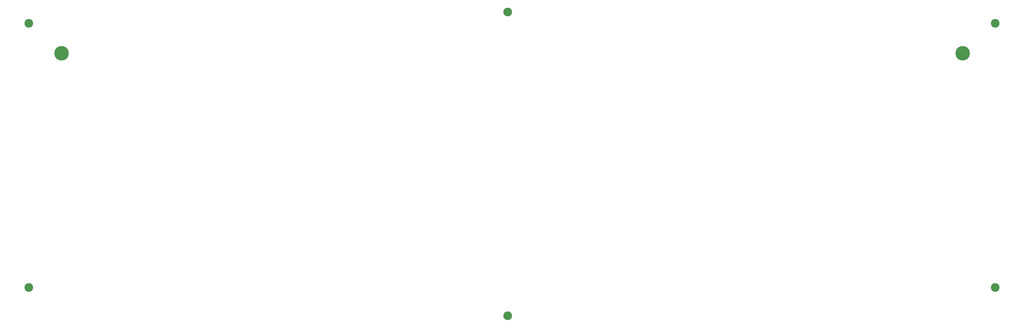
<source format=gbr>
%TF.GenerationSoftware,KiCad,Pcbnew,(5.1.9)-1*%
%TF.CreationDate,2021-02-22T13:55:34+01:00*%
%TF.ProjectId,backplate,6261636b-706c-4617-9465-2e6b69636164,rev?*%
%TF.SameCoordinates,Original*%
%TF.FileFunction,Soldermask,Top*%
%TF.FilePolarity,Negative*%
%FSLAX46Y46*%
G04 Gerber Fmt 4.6, Leading zero omitted, Abs format (unit mm)*
G04 Created by KiCad (PCBNEW (5.1.9)-1) date 2021-02-22 13:55:34*
%MOMM*%
%LPD*%
G01*
G04 APERTURE LIST*
%ADD10C,5.000000*%
%ADD11C,3.000000*%
G04 APERTURE END LIST*
D10*
%TO.C,REF\u002A\u002A*%
X368300000Y-91440000D03*
%TD*%
%TO.C,REF\u002A\u002A*%
X58420000Y-91440000D03*
%TD*%
D11*
%TO.C,REF\u002A\u002A*%
X211836000Y-181991000D03*
%TD*%
%TO.C,REF\u002A\u002A*%
X211836000Y-77216000D03*
%TD*%
%TO.C,REF\u002A\u002A*%
X379476000Y-172212000D03*
%TD*%
%TO.C,REF\u002A\u002A*%
X379476000Y-81153000D03*
%TD*%
%TO.C,REF\u002A\u002A*%
X47117000Y-81153000D03*
%TD*%
%TO.C,REF\u002A\u002A*%
X47117000Y-172212000D03*
%TD*%
M02*

</source>
